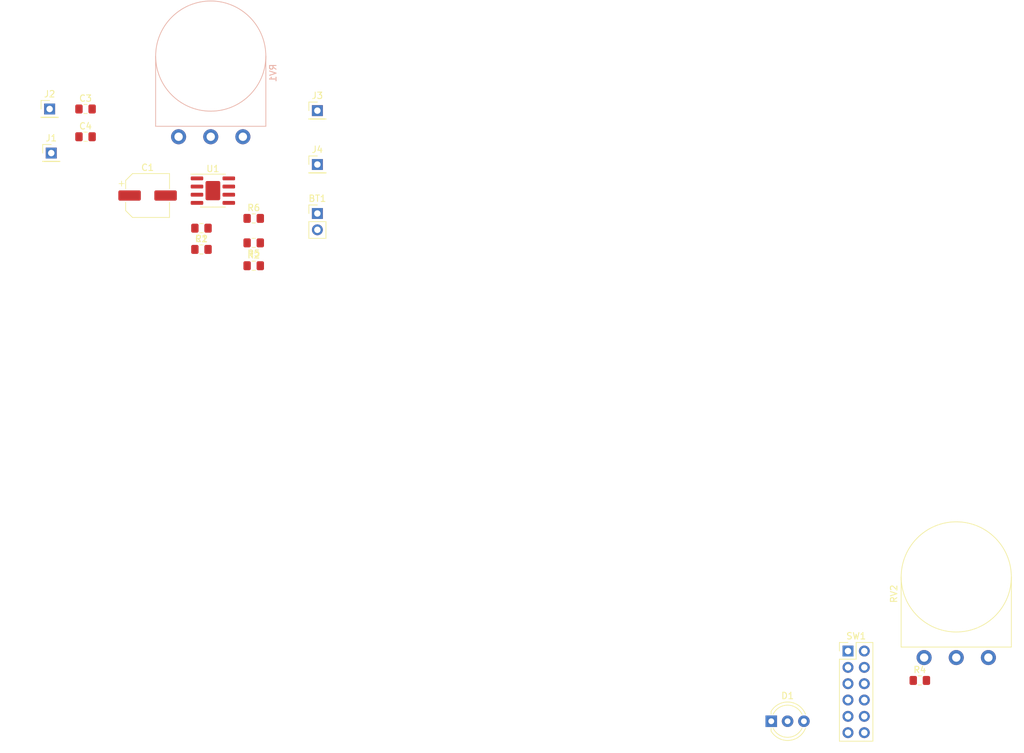
<source format=kicad_pcb>
(kicad_pcb (version 20190605) (host pcbnew "6.0.0-unknown-9b6e1cb~100~ubuntu19.04.1")

  (general
    (thickness 1.6)
    (drawings 0)
    (tracks 0)
    (modules 19)
    (nets 15)
  )

  (page "A4")
  (layers
    (0 "F.Cu" signal)
    (31 "B.Cu" signal)
    (32 "B.Adhes" user)
    (33 "F.Adhes" user)
    (34 "B.Paste" user)
    (35 "F.Paste" user)
    (36 "B.SilkS" user)
    (37 "F.SilkS" user)
    (38 "B.Mask" user)
    (39 "F.Mask" user)
    (40 "Dwgs.User" user)
    (41 "Cmts.User" user)
    (42 "Eco1.User" user)
    (43 "Eco2.User" user)
    (44 "Edge.Cuts" user)
    (45 "Margin" user)
    (46 "B.CrtYd" user)
    (47 "F.CrtYd" user)
    (48 "B.Fab" user)
    (49 "F.Fab" user)
  )

  (setup
    (last_trace_width 0.25)
    (trace_clearance 0.2)
    (zone_clearance 0.508)
    (zone_45_only no)
    (trace_min 0.2)
    (via_size 0.8)
    (via_drill 0.4)
    (via_min_size 0.4)
    (via_min_drill 0.3)
    (uvia_size 0.3)
    (uvia_drill 0.1)
    (uvias_allowed no)
    (uvia_min_size 0.2)
    (uvia_min_drill 0.1)
    (max_error 0.005)
    (defaults
      (edge_clearance 0.01)
      (edge_cuts_line_width 0.05)
      (courtyard_line_width 0.05)
      (copper_line_width 0.2)
      (copper_text_dims (size 1.5 1.5) (thickness 0.3) keep_upright)
      (silk_line_width 0.12)
      (silk_text_dims (size 1 1) (thickness 0.15) keep_upright)
      (other_layers_line_width 0.1)
      (other_layers_text_dims (size 1 1) (thickness 0.15) keep_upright)
    )
    (pad_size 1.524 1.524)
    (pad_drill 0.762)
    (pad_to_mask_clearance 0.051)
    (solder_mask_min_width 0.25)
    (aux_axis_origin 0 0)
    (visible_elements FFFFFF7F)
    (pcbplotparams
      (layerselection 0x010fc_ffffffff)
      (usegerberextensions false)
      (usegerberattributes false)
      (usegerberadvancedattributes false)
      (creategerberjobfile false)
      (excludeedgelayer true)
      (linewidth 0.100000)
      (plotframeref false)
      (viasonmask false)
      (mode 1)
      (useauxorigin false)
      (hpglpennumber 1)
      (hpglpenspeed 20)
      (hpglpendiameter 15.000000)
      (psnegative false)
      (psa4output false)
      (plotreference true)
      (plotvalue true)
      (plotinvisibletext false)
      (padsonsilk false)
      (subtractmaskfromsilk false)
      (outputformat 1)
      (mirror false)
      (drillshape 1)
      (scaleselection 1)
      (outputdirectory ""))
  )

  (net 0 "")
  (net 1 "GND")
  (net 2 "IN")
  (net 3 "Net-(C2-Pad1)")
  (net 4 "+4.5V")
  (net 5 "+9V")
  (net 6 "Net-(D1-Pad2)")
  (net 7 "Net-(RV2-Pad1)")
  (net 8 "SEND")
  (net 9 "RTRN")
  (net 10 "OUT")
  (net 11 "Net-(C4-Pad1)")
  (net 12 "Net-(C4-Pad2)")
  (net 13 "Net-(C3-Pad2)")
  (net 14 "Net-(D1-Pad1)")

  (net_class "Default" "This is the default net class."
    (clearance 0.2)
    (trace_width 0.25)
    (via_dia 0.8)
    (via_drill 0.4)
    (uvia_dia 0.3)
    (uvia_drill 0.1)
    (add_net "+4.5V")
    (add_net "+9V")
    (add_net "GND")
    (add_net "IN")
    (add_net "Net-(C2-Pad1)")
    (add_net "Net-(C3-Pad2)")
    (add_net "Net-(C4-Pad1)")
    (add_net "Net-(C4-Pad2)")
    (add_net "Net-(D1-Pad1)")
    (add_net "Net-(D1-Pad2)")
    (add_net "Net-(RV2-Pad1)")
    (add_net "Net-(SW1-Pad3)")
    (add_net "Net-(SW1-Pad6)")
    (add_net "OUT")
    (add_net "RTRN")
    (add_net "SEND")
  )

  (module "Capacitor_SMD:CP_Elec_6.3x5.4" (layer "F.Cu") (tedit 5BCA39D0) (tstamp 5D52AB6C)
    (at 131.572 87.884)
    (descr "SMD capacitor, aluminum electrolytic, Panasonic C55, 6.3x5.4mm")
    (tags "capacitor electrolytic")
    (path "/5D1ED9BF")
    (attr smd)
    (fp_text reference "C1" (at 0 -4.35) (layer "F.SilkS")
      (effects (font (size 1 1) (thickness 0.15)))
    )
    (fp_text value "100u" (at 0 4.35) (layer "F.Fab")
      (effects (font (size 1 1) (thickness 0.15)))
    )
    (fp_circle (center 0 0) (end 3.15 0) (layer "F.Fab") (width 0.1))
    (fp_line (start 3.3 -3.3) (end 3.3 3.3) (layer "F.Fab") (width 0.1))
    (fp_line (start -2.3 -3.3) (end 3.3 -3.3) (layer "F.Fab") (width 0.1))
    (fp_line (start -2.3 3.3) (end 3.3 3.3) (layer "F.Fab") (width 0.1))
    (fp_line (start -3.3 -2.3) (end -3.3 2.3) (layer "F.Fab") (width 0.1))
    (fp_line (start -3.3 -2.3) (end -2.3 -3.3) (layer "F.Fab") (width 0.1))
    (fp_line (start -3.3 2.3) (end -2.3 3.3) (layer "F.Fab") (width 0.1))
    (fp_line (start -2.704838 -1.33) (end -2.074838 -1.33) (layer "F.Fab") (width 0.1))
    (fp_line (start -2.389838 -1.645) (end -2.389838 -1.015) (layer "F.Fab") (width 0.1))
    (fp_line (start 3.41 3.41) (end 3.41 1.06) (layer "F.SilkS") (width 0.12))
    (fp_line (start 3.41 -3.41) (end 3.41 -1.06) (layer "F.SilkS") (width 0.12))
    (fp_line (start -2.345563 -3.41) (end 3.41 -3.41) (layer "F.SilkS") (width 0.12))
    (fp_line (start -2.345563 3.41) (end 3.41 3.41) (layer "F.SilkS") (width 0.12))
    (fp_line (start -3.41 2.345563) (end -3.41 1.06) (layer "F.SilkS") (width 0.12))
    (fp_line (start -3.41 -2.345563) (end -3.41 -1.06) (layer "F.SilkS") (width 0.12))
    (fp_line (start -3.41 -2.345563) (end -2.345563 -3.41) (layer "F.SilkS") (width 0.12))
    (fp_line (start -3.41 2.345563) (end -2.345563 3.41) (layer "F.SilkS") (width 0.12))
    (fp_line (start -4.4375 -1.8475) (end -3.65 -1.8475) (layer "F.SilkS") (width 0.12))
    (fp_line (start -4.04375 -2.24125) (end -4.04375 -1.45375) (layer "F.SilkS") (width 0.12))
    (fp_line (start 3.55 -3.55) (end 3.55 -1.05) (layer "F.CrtYd") (width 0.05))
    (fp_line (start 3.55 -1.05) (end 4.8 -1.05) (layer "F.CrtYd") (width 0.05))
    (fp_line (start 4.8 -1.05) (end 4.8 1.05) (layer "F.CrtYd") (width 0.05))
    (fp_line (start 4.8 1.05) (end 3.55 1.05) (layer "F.CrtYd") (width 0.05))
    (fp_line (start 3.55 1.05) (end 3.55 3.55) (layer "F.CrtYd") (width 0.05))
    (fp_line (start -2.4 3.55) (end 3.55 3.55) (layer "F.CrtYd") (width 0.05))
    (fp_line (start -2.4 -3.55) (end 3.55 -3.55) (layer "F.CrtYd") (width 0.05))
    (fp_line (start -3.55 2.4) (end -2.4 3.55) (layer "F.CrtYd") (width 0.05))
    (fp_line (start -3.55 -2.4) (end -2.4 -3.55) (layer "F.CrtYd") (width 0.05))
    (fp_line (start -3.55 -2.4) (end -3.55 -1.05) (layer "F.CrtYd") (width 0.05))
    (fp_line (start -3.55 1.05) (end -3.55 2.4) (layer "F.CrtYd") (width 0.05))
    (fp_line (start -3.55 -1.05) (end -4.8 -1.05) (layer "F.CrtYd") (width 0.05))
    (fp_line (start -4.8 -1.05) (end -4.8 1.05) (layer "F.CrtYd") (width 0.05))
    (fp_line (start -4.8 1.05) (end -3.55 1.05) (layer "F.CrtYd") (width 0.05))
    (fp_text user "%R" (at 0 0) (layer "F.Fab")
      (effects (font (size 1 1) (thickness 0.15)))
    )
    (pad "2" smd roundrect (at 2.8 0) (size 3.5 1.6) (layers "F.Cu" "F.Paste" "F.Mask") (roundrect_rratio 0.15625)
      (net 1 "GND"))
    (pad "1" smd roundrect (at -2.8 0) (size 3.5 1.6) (layers "F.Cu" "F.Paste" "F.Mask") (roundrect_rratio 0.15625)
      (net 5 "+9V"))
    (model "${KISYS3DMOD}/Capacitor_SMD.3dshapes/CP_Elec_6.3x5.4.wrl"
      (at (xyz 0 0 0))
      (scale (xyz 1 1 1))
      (rotate (xyz 0 0 0))
    )
  )

  (module "Capacitor_SMD:C_0805_2012Metric_Pad1.15x1.40mm_HandSolder" (layer "F.Cu") (tedit 5B36C52B) (tstamp 5D52B37D)
    (at 139.954 92.964 180)
    (descr "Capacitor SMD 0805 (2012 Metric), square (rectangular) end terminal, IPC_7351 nominal with elongated pad for handsoldering. (Body size source: https://docs.google.com/spreadsheets/d/1BsfQQcO9C6DZCsRaXUlFlo91Tg2WpOkGARC1WS5S8t0/edit?usp=sharing), generated with kicad-footprint-generator")
    (tags "capacitor handsolder")
    (path "/5D1EBBB9")
    (attr smd)
    (fp_text reference "C2" (at 0 -1.65) (layer "F.SilkS")
      (effects (font (size 1 1) (thickness 0.15)))
    )
    (fp_text value "100n" (at 0 1.65) (layer "F.Fab")
      (effects (font (size 1 1) (thickness 0.15)))
    )
    (fp_line (start -1 0.6) (end -1 -0.6) (layer "F.Fab") (width 0.1))
    (fp_line (start -1 -0.6) (end 1 -0.6) (layer "F.Fab") (width 0.1))
    (fp_line (start 1 -0.6) (end 1 0.6) (layer "F.Fab") (width 0.1))
    (fp_line (start 1 0.6) (end -1 0.6) (layer "F.Fab") (width 0.1))
    (fp_line (start -0.261252 -0.71) (end 0.261252 -0.71) (layer "F.SilkS") (width 0.12))
    (fp_line (start -0.261252 0.71) (end 0.261252 0.71) (layer "F.SilkS") (width 0.12))
    (fp_line (start -1.85 0.95) (end -1.85 -0.95) (layer "F.CrtYd") (width 0.05))
    (fp_line (start -1.85 -0.95) (end 1.85 -0.95) (layer "F.CrtYd") (width 0.05))
    (fp_line (start 1.85 -0.95) (end 1.85 0.95) (layer "F.CrtYd") (width 0.05))
    (fp_line (start 1.85 0.95) (end -1.85 0.95) (layer "F.CrtYd") (width 0.05))
    (fp_text user "%R" (at 0 0) (layer "F.Fab")
      (effects (font (size 0.5 0.5) (thickness 0.08)))
    )
    (pad "2" smd roundrect (at 1.025 0 180) (size 1.15 1.4) (layers "F.Cu" "F.Paste" "F.Mask") (roundrect_rratio 0.217391)
      (net 2 "IN"))
    (pad "1" smd roundrect (at -1.025 0 180) (size 1.15 1.4) (layers "F.Cu" "F.Paste" "F.Mask") (roundrect_rratio 0.217391)
      (net 3 "Net-(C2-Pad1)"))
    (model "${KISYS3DMOD}/Capacitor_SMD.3dshapes/C_0805_2012Metric.wrl"
      (at (xyz 0 0 0))
      (scale (xyz 1 1 1))
      (rotate (xyz 0 0 0))
    )
  )

  (module "Capacitor_SMD:C_0805_2012Metric_Pad1.15x1.40mm_HandSolder" (layer "F.Cu") (tedit 5B36C52B) (tstamp 5D52B4C2)
    (at 121.92 74.422)
    (descr "Capacitor SMD 0805 (2012 Metric), square (rectangular) end terminal, IPC_7351 nominal with elongated pad for handsoldering. (Body size source: https://docs.google.com/spreadsheets/d/1BsfQQcO9C6DZCsRaXUlFlo91Tg2WpOkGARC1WS5S8t0/edit?usp=sharing), generated with kicad-footprint-generator")
    (tags "capacitor handsolder")
    (path "/5D1EC72A")
    (attr smd)
    (fp_text reference "C3" (at 0 -1.65) (layer "F.SilkS")
      (effects (font (size 1 1) (thickness 0.15)))
    )
    (fp_text value "100n" (at 0 1.65) (layer "F.Fab")
      (effects (font (size 1 1) (thickness 0.15)))
    )
    (fp_line (start -1 0.6) (end -1 -0.6) (layer "F.Fab") (width 0.1))
    (fp_line (start -1 -0.6) (end 1 -0.6) (layer "F.Fab") (width 0.1))
    (fp_line (start 1 -0.6) (end 1 0.6) (layer "F.Fab") (width 0.1))
    (fp_line (start 1 0.6) (end -1 0.6) (layer "F.Fab") (width 0.1))
    (fp_line (start -0.261252 -0.71) (end 0.261252 -0.71) (layer "F.SilkS") (width 0.12))
    (fp_line (start -0.261252 0.71) (end 0.261252 0.71) (layer "F.SilkS") (width 0.12))
    (fp_line (start -1.85 0.95) (end -1.85 -0.95) (layer "F.CrtYd") (width 0.05))
    (fp_line (start -1.85 -0.95) (end 1.85 -0.95) (layer "F.CrtYd") (width 0.05))
    (fp_line (start 1.85 -0.95) (end 1.85 0.95) (layer "F.CrtYd") (width 0.05))
    (fp_line (start 1.85 0.95) (end -1.85 0.95) (layer "F.CrtYd") (width 0.05))
    (fp_text user "%R" (at 0 0) (layer "F.Fab")
      (effects (font (size 0.5 0.5) (thickness 0.08)))
    )
    (pad "2" smd roundrect (at 1.025 0) (size 1.15 1.4) (layers "F.Cu" "F.Paste" "F.Mask") (roundrect_rratio 0.217391)
      (net 13 "Net-(C3-Pad2)"))
    (pad "1" smd roundrect (at -1.025 0) (size 1.15 1.4) (layers "F.Cu" "F.Paste" "F.Mask") (roundrect_rratio 0.217391)
      (net 8 "SEND"))
    (model "${KISYS3DMOD}/Capacitor_SMD.3dshapes/C_0805_2012Metric.wrl"
      (at (xyz 0 0 0))
      (scale (xyz 1 1 1))
      (rotate (xyz 0 0 0))
    )
  )

  (module "Capacitor_SMD:C_0805_2012Metric_Pad1.15x1.40mm_HandSolder" (layer "F.Cu") (tedit 5B36C52B) (tstamp 5D52B168)
    (at 121.92 78.74)
    (descr "Capacitor SMD 0805 (2012 Metric), square (rectangular) end terminal, IPC_7351 nominal with elongated pad for handsoldering. (Body size source: https://docs.google.com/spreadsheets/d/1BsfQQcO9C6DZCsRaXUlFlo91Tg2WpOkGARC1WS5S8t0/edit?usp=sharing), generated with kicad-footprint-generator")
    (tags "capacitor handsolder")
    (path "/5D1EC8BD")
    (attr smd)
    (fp_text reference "C4" (at 0 -1.65) (layer "F.SilkS")
      (effects (font (size 1 1) (thickness 0.15)))
    )
    (fp_text value "100n" (at 0 1.65) (layer "F.Fab")
      (effects (font (size 1 1) (thickness 0.15)))
    )
    (fp_line (start -1 0.6) (end -1 -0.6) (layer "F.Fab") (width 0.1))
    (fp_line (start -1 -0.6) (end 1 -0.6) (layer "F.Fab") (width 0.1))
    (fp_line (start 1 -0.6) (end 1 0.6) (layer "F.Fab") (width 0.1))
    (fp_line (start 1 0.6) (end -1 0.6) (layer "F.Fab") (width 0.1))
    (fp_line (start -0.261252 -0.71) (end 0.261252 -0.71) (layer "F.SilkS") (width 0.12))
    (fp_line (start -0.261252 0.71) (end 0.261252 0.71) (layer "F.SilkS") (width 0.12))
    (fp_line (start -1.85 0.95) (end -1.85 -0.95) (layer "F.CrtYd") (width 0.05))
    (fp_line (start -1.85 -0.95) (end 1.85 -0.95) (layer "F.CrtYd") (width 0.05))
    (fp_line (start 1.85 -0.95) (end 1.85 0.95) (layer "F.CrtYd") (width 0.05))
    (fp_line (start 1.85 0.95) (end -1.85 0.95) (layer "F.CrtYd") (width 0.05))
    (fp_text user "%R" (at 0 0) (layer "F.Fab")
      (effects (font (size 0.5 0.5) (thickness 0.08)))
    )
    (pad "2" smd roundrect (at 1.025 0) (size 1.15 1.4) (layers "F.Cu" "F.Paste" "F.Mask") (roundrect_rratio 0.217391)
      (net 12 "Net-(C4-Pad2)"))
    (pad "1" smd roundrect (at -1.025 0) (size 1.15 1.4) (layers "F.Cu" "F.Paste" "F.Mask") (roundrect_rratio 0.217391)
      (net 11 "Net-(C4-Pad1)"))
    (model "${KISYS3DMOD}/Capacitor_SMD.3dshapes/C_0805_2012Metric.wrl"
      (at (xyz 0 0 0))
      (scale (xyz 1 1 1))
      (rotate (xyz 0 0 0))
    )
  )

  (module "Connector_PinHeader_2.54mm:PinHeader_1x01_P2.54mm_Vertical" (layer "F.Cu") (tedit 59FED5CC) (tstamp 5D52AFC0)
    (at 157.988 83.058)
    (descr "Through hole straight pin header, 1x01, 2.54mm pitch, single row")
    (tags "Through hole pin header THT 1x01 2.54mm single row")
    (path "/5D1F439F")
    (fp_text reference "J4" (at 0 -2.33) (layer "F.SilkS")
      (effects (font (size 1 1) (thickness 0.15)))
    )
    (fp_text value "Conn_01x02_Female" (at 0 2.33) (layer "F.Fab")
      (effects (font (size 1 1) (thickness 0.15)))
    )
    (fp_line (start -0.635 -1.27) (end 1.27 -1.27) (layer "F.Fab") (width 0.1))
    (fp_line (start 1.27 -1.27) (end 1.27 1.27) (layer "F.Fab") (width 0.1))
    (fp_line (start 1.27 1.27) (end -1.27 1.27) (layer "F.Fab") (width 0.1))
    (fp_line (start -1.27 1.27) (end -1.27 -0.635) (layer "F.Fab") (width 0.1))
    (fp_line (start -1.27 -0.635) (end -0.635 -1.27) (layer "F.Fab") (width 0.1))
    (fp_line (start -1.33 1.33) (end 1.33 1.33) (layer "F.SilkS") (width 0.12))
    (fp_line (start -1.33 1.27) (end -1.33 1.33) (layer "F.SilkS") (width 0.12))
    (fp_line (start 1.33 1.27) (end 1.33 1.33) (layer "F.SilkS") (width 0.12))
    (fp_line (start -1.33 1.27) (end 1.33 1.27) (layer "F.SilkS") (width 0.12))
    (fp_line (start -1.33 0) (end -1.33 -1.33) (layer "F.SilkS") (width 0.12))
    (fp_line (start -1.33 -1.33) (end 0 -1.33) (layer "F.SilkS") (width 0.12))
    (fp_line (start -1.8 -1.8) (end -1.8 1.8) (layer "F.CrtYd") (width 0.05))
    (fp_line (start -1.8 1.8) (end 1.8 1.8) (layer "F.CrtYd") (width 0.05))
    (fp_line (start 1.8 1.8) (end 1.8 -1.8) (layer "F.CrtYd") (width 0.05))
    (fp_line (start 1.8 -1.8) (end -1.8 -1.8) (layer "F.CrtYd") (width 0.05))
    (fp_text user "%R" (at 0 0 90) (layer "F.Fab")
      (effects (font (size 1 1) (thickness 0.15)))
    )
    (pad "1" thru_hole rect (at 0 0) (size 1.7 1.7) (drill 1) (layers *.Cu *.Mask)
      (net 10 "OUT"))
    (model "${KISYS3DMOD}/Connector_PinHeader_2.54mm.3dshapes/PinHeader_1x01_P2.54mm_Vertical.wrl"
      (at (xyz 0 0 0))
      (scale (xyz 1 1 1))
      (rotate (xyz 0 0 0))
    )
  )

  (module "Connector_PinHeader_2.54mm:PinHeader_1x01_P2.54mm_Vertical" (layer "F.Cu") (tedit 59FED5CC) (tstamp 5D52AAFC)
    (at 157.988 74.676)
    (descr "Through hole straight pin header, 1x01, 2.54mm pitch, single row")
    (tags "Through hole pin header THT 1x01 2.54mm single row")
    (path "/5D1F430A")
    (fp_text reference "J3" (at 0 -2.33) (layer "F.SilkS")
      (effects (font (size 1 1) (thickness 0.15)))
    )
    (fp_text value "Conn_01x02_Female" (at 0 2.33) (layer "F.Fab")
      (effects (font (size 1 1) (thickness 0.15)))
    )
    (fp_line (start -0.635 -1.27) (end 1.27 -1.27) (layer "F.Fab") (width 0.1))
    (fp_line (start 1.27 -1.27) (end 1.27 1.27) (layer "F.Fab") (width 0.1))
    (fp_line (start 1.27 1.27) (end -1.27 1.27) (layer "F.Fab") (width 0.1))
    (fp_line (start -1.27 1.27) (end -1.27 -0.635) (layer "F.Fab") (width 0.1))
    (fp_line (start -1.27 -0.635) (end -0.635 -1.27) (layer "F.Fab") (width 0.1))
    (fp_line (start -1.33 1.33) (end 1.33 1.33) (layer "F.SilkS") (width 0.12))
    (fp_line (start -1.33 1.27) (end -1.33 1.33) (layer "F.SilkS") (width 0.12))
    (fp_line (start 1.33 1.27) (end 1.33 1.33) (layer "F.SilkS") (width 0.12))
    (fp_line (start -1.33 1.27) (end 1.33 1.27) (layer "F.SilkS") (width 0.12))
    (fp_line (start -1.33 0) (end -1.33 -1.33) (layer "F.SilkS") (width 0.12))
    (fp_line (start -1.33 -1.33) (end 0 -1.33) (layer "F.SilkS") (width 0.12))
    (fp_line (start -1.8 -1.8) (end -1.8 1.8) (layer "F.CrtYd") (width 0.05))
    (fp_line (start -1.8 1.8) (end 1.8 1.8) (layer "F.CrtYd") (width 0.05))
    (fp_line (start 1.8 1.8) (end 1.8 -1.8) (layer "F.CrtYd") (width 0.05))
    (fp_line (start 1.8 -1.8) (end -1.8 -1.8) (layer "F.CrtYd") (width 0.05))
    (fp_text user "%R" (at 0 0 90) (layer "F.Fab")
      (effects (font (size 1 1) (thickness 0.15)))
    )
    (pad "1" thru_hole rect (at 0 0) (size 1.7 1.7) (drill 1) (layers *.Cu *.Mask)
      (net 9 "RTRN"))
    (model "${KISYS3DMOD}/Connector_PinHeader_2.54mm.3dshapes/PinHeader_1x01_P2.54mm_Vertical.wrl"
      (at (xyz 0 0 0))
      (scale (xyz 1 1 1))
      (rotate (xyz 0 0 0))
    )
  )

  (module "Connector_PinHeader_2.54mm:PinHeader_1x01_P2.54mm_Vertical" (layer "F.Cu") (tedit 59FED5CC) (tstamp 5D52AAE7)
    (at 116.332 74.422)
    (descr "Through hole straight pin header, 1x01, 2.54mm pitch, single row")
    (tags "Through hole pin header THT 1x01 2.54mm single row")
    (path "/5D1F425A")
    (fp_text reference "J2" (at 0 -2.33) (layer "F.SilkS")
      (effects (font (size 1 1) (thickness 0.15)))
    )
    (fp_text value "Conn_01x02_Female" (at 0 2.33) (layer "F.Fab")
      (effects (font (size 1 1) (thickness 0.15)))
    )
    (fp_line (start -0.635 -1.27) (end 1.27 -1.27) (layer "F.Fab") (width 0.1))
    (fp_line (start 1.27 -1.27) (end 1.27 1.27) (layer "F.Fab") (width 0.1))
    (fp_line (start 1.27 1.27) (end -1.27 1.27) (layer "F.Fab") (width 0.1))
    (fp_line (start -1.27 1.27) (end -1.27 -0.635) (layer "F.Fab") (width 0.1))
    (fp_line (start -1.27 -0.635) (end -0.635 -1.27) (layer "F.Fab") (width 0.1))
    (fp_line (start -1.33 1.33) (end 1.33 1.33) (layer "F.SilkS") (width 0.12))
    (fp_line (start -1.33 1.27) (end -1.33 1.33) (layer "F.SilkS") (width 0.12))
    (fp_line (start 1.33 1.27) (end 1.33 1.33) (layer "F.SilkS") (width 0.12))
    (fp_line (start -1.33 1.27) (end 1.33 1.27) (layer "F.SilkS") (width 0.12))
    (fp_line (start -1.33 0) (end -1.33 -1.33) (layer "F.SilkS") (width 0.12))
    (fp_line (start -1.33 -1.33) (end 0 -1.33) (layer "F.SilkS") (width 0.12))
    (fp_line (start -1.8 -1.8) (end -1.8 1.8) (layer "F.CrtYd") (width 0.05))
    (fp_line (start -1.8 1.8) (end 1.8 1.8) (layer "F.CrtYd") (width 0.05))
    (fp_line (start 1.8 1.8) (end 1.8 -1.8) (layer "F.CrtYd") (width 0.05))
    (fp_line (start 1.8 -1.8) (end -1.8 -1.8) (layer "F.CrtYd") (width 0.05))
    (fp_text user "%R" (at 0 0 90) (layer "F.Fab")
      (effects (font (size 1 1) (thickness 0.15)))
    )
    (pad "1" thru_hole rect (at 0 0) (size 1.7 1.7) (drill 1) (layers *.Cu *.Mask)
      (net 8 "SEND"))
    (model "${KISYS3DMOD}/Connector_PinHeader_2.54mm.3dshapes/PinHeader_1x01_P2.54mm_Vertical.wrl"
      (at (xyz 0 0 0))
      (scale (xyz 1 1 1))
      (rotate (xyz 0 0 0))
    )
  )

  (module "Connector_PinHeader_2.54mm:PinHeader_1x01_P2.54mm_Vertical" (layer "F.Cu") (tedit 59FED5CC) (tstamp 5D52AAD2)
    (at 116.586 81.28)
    (descr "Through hole straight pin header, 1x01, 2.54mm pitch, single row")
    (tags "Through hole pin header THT 1x01 2.54mm single row")
    (path "/5D1F4066")
    (fp_text reference "J1" (at 0 -2.33) (layer "F.SilkS")
      (effects (font (size 1 1) (thickness 0.15)))
    )
    (fp_text value "Conn_01x02_Female" (at 0 2.33) (layer "F.Fab")
      (effects (font (size 1 1) (thickness 0.15)))
    )
    (fp_line (start -0.635 -1.27) (end 1.27 -1.27) (layer "F.Fab") (width 0.1))
    (fp_line (start 1.27 -1.27) (end 1.27 1.27) (layer "F.Fab") (width 0.1))
    (fp_line (start 1.27 1.27) (end -1.27 1.27) (layer "F.Fab") (width 0.1))
    (fp_line (start -1.27 1.27) (end -1.27 -0.635) (layer "F.Fab") (width 0.1))
    (fp_line (start -1.27 -0.635) (end -0.635 -1.27) (layer "F.Fab") (width 0.1))
    (fp_line (start -1.33 1.33) (end 1.33 1.33) (layer "F.SilkS") (width 0.12))
    (fp_line (start -1.33 1.27) (end -1.33 1.33) (layer "F.SilkS") (width 0.12))
    (fp_line (start 1.33 1.27) (end 1.33 1.33) (layer "F.SilkS") (width 0.12))
    (fp_line (start -1.33 1.27) (end 1.33 1.27) (layer "F.SilkS") (width 0.12))
    (fp_line (start -1.33 0) (end -1.33 -1.33) (layer "F.SilkS") (width 0.12))
    (fp_line (start -1.33 -1.33) (end 0 -1.33) (layer "F.SilkS") (width 0.12))
    (fp_line (start -1.8 -1.8) (end -1.8 1.8) (layer "F.CrtYd") (width 0.05))
    (fp_line (start -1.8 1.8) (end 1.8 1.8) (layer "F.CrtYd") (width 0.05))
    (fp_line (start 1.8 1.8) (end 1.8 -1.8) (layer "F.CrtYd") (width 0.05))
    (fp_line (start 1.8 -1.8) (end -1.8 -1.8) (layer "F.CrtYd") (width 0.05))
    (fp_text user "%R" (at 0 0 90) (layer "F.Fab")
      (effects (font (size 1 1) (thickness 0.15)))
    )
    (pad "1" thru_hole rect (at 0 0) (size 1.7 1.7) (drill 1) (layers *.Cu *.Mask)
      (net 2 "IN"))
    (model "${KISYS3DMOD}/Connector_PinHeader_2.54mm.3dshapes/PinHeader_1x01_P2.54mm_Vertical.wrl"
      (at (xyz 0 0 0))
      (scale (xyz 1 1 1))
      (rotate (xyz 0 0 0))
    )
  )

  (module "Connector_PinHeader_2.54mm:PinHeader_1x02_P2.54mm_Vertical" (layer "F.Cu") (tedit 59FED5CC) (tstamp 5D52AABD)
    (at 157.988 90.678)
    (descr "Through hole straight pin header, 1x02, 2.54mm pitch, single row")
    (tags "Through hole pin header THT 1x02 2.54mm single row")
    (path "/5D1ED812")
    (fp_text reference "BT1" (at 0 -2.33) (layer "F.SilkS")
      (effects (font (size 1 1) (thickness 0.15)))
    )
    (fp_text value "Battery_Cell" (at 0 4.87) (layer "F.Fab")
      (effects (font (size 1 1) (thickness 0.15)))
    )
    (fp_line (start -0.635 -1.27) (end 1.27 -1.27) (layer "F.Fab") (width 0.1))
    (fp_line (start 1.27 -1.27) (end 1.27 3.81) (layer "F.Fab") (width 0.1))
    (fp_line (start 1.27 3.81) (end -1.27 3.81) (layer "F.Fab") (width 0.1))
    (fp_line (start -1.27 3.81) (end -1.27 -0.635) (layer "F.Fab") (width 0.1))
    (fp_line (start -1.27 -0.635) (end -0.635 -1.27) (layer "F.Fab") (width 0.1))
    (fp_line (start -1.33 3.87) (end 1.33 3.87) (layer "F.SilkS") (width 0.12))
    (fp_line (start -1.33 1.27) (end -1.33 3.87) (layer "F.SilkS") (width 0.12))
    (fp_line (start 1.33 1.27) (end 1.33 3.87) (layer "F.SilkS") (width 0.12))
    (fp_line (start -1.33 1.27) (end 1.33 1.27) (layer "F.SilkS") (width 0.12))
    (fp_line (start -1.33 0) (end -1.33 -1.33) (layer "F.SilkS") (width 0.12))
    (fp_line (start -1.33 -1.33) (end 0 -1.33) (layer "F.SilkS") (width 0.12))
    (fp_line (start -1.8 -1.8) (end -1.8 4.35) (layer "F.CrtYd") (width 0.05))
    (fp_line (start -1.8 4.35) (end 1.8 4.35) (layer "F.CrtYd") (width 0.05))
    (fp_line (start 1.8 4.35) (end 1.8 -1.8) (layer "F.CrtYd") (width 0.05))
    (fp_line (start 1.8 -1.8) (end -1.8 -1.8) (layer "F.CrtYd") (width 0.05))
    (fp_text user "%R" (at 0 1.27 90) (layer "F.Fab")
      (effects (font (size 1 1) (thickness 0.15)))
    )
    (pad "2" thru_hole oval (at 0 2.54) (size 1.7 1.7) (drill 1) (layers *.Cu *.Mask)
      (net 1 "GND"))
    (pad "1" thru_hole rect (at 0 0) (size 1.7 1.7) (drill 1) (layers *.Cu *.Mask)
      (net 5 "+9V"))
    (model "${KISYS3DMOD}/Connector_PinHeader_2.54mm.3dshapes/PinHeader_1x02_P2.54mm_Vertical.wrl"
      (at (xyz 0 0 0))
      (scale (xyz 1 1 1))
      (rotate (xyz 0 0 0))
    )
  )

  (module "Connector_PinHeader_2.54mm:PinHeader_2x06_P2.54mm_Vertical" (layer "F.Cu") (tedit 59FED5CC) (tstamp 5D52ADD2)
    (at 240.538 158.75)
    (descr "Through hole straight pin header, 2x06, 2.54mm pitch, double rows")
    (tags "Through hole pin header THT 2x06 2.54mm double row")
    (path "/5D1EE6CF")
    (fp_text reference "SW1" (at 1.27 -2.33) (layer "F.SilkS")
      (effects (font (size 1 1) (thickness 0.15)))
    )
    (fp_text value "SW_DPDT_x2" (at 1.27 15.03) (layer "F.Fab")
      (effects (font (size 1 1) (thickness 0.15)))
    )
    (fp_line (start 0 -1.27) (end 3.81 -1.27) (layer "F.Fab") (width 0.1))
    (fp_line (start 3.81 -1.27) (end 3.81 13.97) (layer "F.Fab") (width 0.1))
    (fp_line (start 3.81 13.97) (end -1.27 13.97) (layer "F.Fab") (width 0.1))
    (fp_line (start -1.27 13.97) (end -1.27 0) (layer "F.Fab") (width 0.1))
    (fp_line (start -1.27 0) (end 0 -1.27) (layer "F.Fab") (width 0.1))
    (fp_line (start -1.33 14.03) (end 3.87 14.03) (layer "F.SilkS") (width 0.12))
    (fp_line (start -1.33 1.27) (end -1.33 14.03) (layer "F.SilkS") (width 0.12))
    (fp_line (start 3.87 -1.33) (end 3.87 14.03) (layer "F.SilkS") (width 0.12))
    (fp_line (start -1.33 1.27) (end 1.27 1.27) (layer "F.SilkS") (width 0.12))
    (fp_line (start 1.27 1.27) (end 1.27 -1.33) (layer "F.SilkS") (width 0.12))
    (fp_line (start 1.27 -1.33) (end 3.87 -1.33) (layer "F.SilkS") (width 0.12))
    (fp_line (start -1.33 0) (end -1.33 -1.33) (layer "F.SilkS") (width 0.12))
    (fp_line (start -1.33 -1.33) (end 0 -1.33) (layer "F.SilkS") (width 0.12))
    (fp_line (start -1.8 -1.8) (end -1.8 14.5) (layer "F.CrtYd") (width 0.05))
    (fp_line (start -1.8 14.5) (end 4.35 14.5) (layer "F.CrtYd") (width 0.05))
    (fp_line (start 4.35 14.5) (end 4.35 -1.8) (layer "F.CrtYd") (width 0.05))
    (fp_line (start 4.35 -1.8) (end -1.8 -1.8) (layer "F.CrtYd") (width 0.05))
    (fp_text user "%R" (at 1.27 6.35 90) (layer "F.Fab")
      (effects (font (size 1 1) (thickness 0.15)))
    )
    (pad "12" thru_hole oval (at 2.54 12.7) (size 1.7 1.7) (drill 1) (layers *.Cu *.Mask))
    (pad "11" thru_hole oval (at 0 12.7) (size 1.7 1.7) (drill 1) (layers *.Cu *.Mask))
    (pad "10" thru_hole oval (at 2.54 10.16) (size 1.7 1.7) (drill 1) (layers *.Cu *.Mask))
    (pad "9" thru_hole oval (at 0 10.16) (size 1.7 1.7) (drill 1) (layers *.Cu *.Mask))
    (pad "8" thru_hole oval (at 2.54 7.62) (size 1.7 1.7) (drill 1) (layers *.Cu *.Mask))
    (pad "7" thru_hole oval (at 0 7.62) (size 1.7 1.7) (drill 1) (layers *.Cu *.Mask))
    (pad "6" thru_hole oval (at 2.54 5.08) (size 1.7 1.7) (drill 1) (layers *.Cu *.Mask))
    (pad "5" thru_hole oval (at 0 5.08) (size 1.7 1.7) (drill 1) (layers *.Cu *.Mask)
      (net 1 "GND"))
    (pad "4" thru_hole oval (at 2.54 2.54) (size 1.7 1.7) (drill 1) (layers *.Cu *.Mask)
      (net 14 "Net-(D1-Pad1)"))
    (pad "3" thru_hole oval (at 0 2.54) (size 1.7 1.7) (drill 1) (layers *.Cu *.Mask))
    (pad "2" thru_hole oval (at 2.54 0) (size 1.7 1.7) (drill 1) (layers *.Cu *.Mask)
      (net 9 "RTRN"))
    (pad "1" thru_hole rect (at 0 0) (size 1.7 1.7) (drill 1) (layers *.Cu *.Mask)
      (net 7 "Net-(RV2-Pad1)"))
    (model "${KISYS3DMOD}/Connector_PinHeader_2.54mm.3dshapes/PinHeader_2x06_P2.54mm_Vertical.wrl"
      (at (xyz 0 0 0))
      (scale (xyz 1 1 1))
      (rotate (xyz 0 0 0))
    )
  )

  (module "LED_THT:LED_D5.0mm-3" (layer "F.Cu") (tedit 587A3A7B) (tstamp 5D52AA85)
    (at 228.6 169.672)
    (descr "LED, diameter 5.0mm, 2 pins, diameter 5.0mm, 3 pins, http://www.kingbright.com/attachments/file/psearch/000/00/00/L-59EGC(Ver.17A).pdf")
    (tags "LED diameter 5.0mm 2 pins diameter 5.0mm 3 pins")
    (path "/5D1F213A")
    (fp_text reference "D1" (at 2.54 -3.96) (layer "F.SilkS")
      (effects (font (size 1 1) (thickness 0.15)))
    )
    (fp_text value "LED" (at 2.54 3.96) (layer "F.Fab")
      (effects (font (size 1 1) (thickness 0.15)))
    )
    (fp_arc (start 2.54 0) (end 0.04 -1.469694) (angle 299.1) (layer "F.Fab") (width 0.1))
    (fp_arc (start 2.54 0) (end -0.02 -1.54483) (angle 127.7) (layer "F.SilkS") (width 0.12))
    (fp_arc (start 2.54 0) (end -0.02 1.54483) (angle -127.7) (layer "F.SilkS") (width 0.12))
    (fp_arc (start 2.54 0) (end 0.285316 -1.08) (angle 128.8) (layer "F.SilkS") (width 0.12))
    (fp_arc (start 2.54 0) (end 0.285316 1.08) (angle -128.8) (layer "F.SilkS") (width 0.12))
    (fp_circle (center 2.54 0) (end 5.04 0) (layer "F.Fab") (width 0.1))
    (fp_line (start 0.04 -1.469694) (end 0.04 1.469694) (layer "F.Fab") (width 0.1))
    (fp_line (start -0.02 -1.545) (end -0.02 -1.08) (layer "F.SilkS") (width 0.12))
    (fp_line (start -0.02 1.08) (end -0.02 1.545) (layer "F.SilkS") (width 0.12))
    (fp_line (start -1.15 -3.25) (end -1.15 3.25) (layer "F.CrtYd") (width 0.05))
    (fp_line (start -1.15 3.25) (end 6.25 3.25) (layer "F.CrtYd") (width 0.05))
    (fp_line (start 6.25 3.25) (end 6.25 -3.25) (layer "F.CrtYd") (width 0.05))
    (fp_line (start 6.25 -3.25) (end -1.15 -3.25) (layer "F.CrtYd") (width 0.05))
    (pad "3" thru_hole circle (at 5.08 0) (size 1.8 1.8) (drill 0.9) (layers *.Cu *.Mask))
    (pad "2" thru_hole circle (at 2.54 0) (size 1.8 1.8) (drill 0.9) (layers *.Cu *.Mask)
      (net 6 "Net-(D1-Pad2)"))
    (pad "1" thru_hole rect (at 0 0) (size 1.8 1.8) (drill 0.9) (layers *.Cu *.Mask)
      (net 14 "Net-(D1-Pad1)"))
    (model "${KISYS3DMOD}/LED_THT.3dshapes/LED_D5.0mm-3.wrl"
      (at (xyz 0 0 0))
      (scale (xyz 1 1 1))
      (rotate (xyz 0 0 0))
    )
  )

  (module "Package_SO:SOIC-8-1EP_3.9x4.9mm_P1.27mm_EP2.29x3mm" (layer "F.Cu") (tedit 5C56E16F) (tstamp 5D52AA71)
    (at 141.732 87.122)
    (descr "SOIC, 8 Pin (https://www.analog.com/media/en/technical-documentation/data-sheets/ada4898-1_4898-2.pdf#page=29), generated with kicad-footprint-generator ipc_gullwing_generator.py")
    (tags "SOIC SO")
    (path "/5D4AED37")
    (attr smd)
    (fp_text reference "U1" (at 0 -3.4) (layer "F.SilkS")
      (effects (font (size 1 1) (thickness 0.15)))
    )
    (fp_text value "TL072" (at 0 3.4) (layer "F.Fab")
      (effects (font (size 1 1) (thickness 0.15)))
    )
    (fp_line (start 0 2.56) (end 1.95 2.56) (layer "F.SilkS") (width 0.12))
    (fp_line (start 0 2.56) (end -1.95 2.56) (layer "F.SilkS") (width 0.12))
    (fp_line (start 0 -2.56) (end 1.95 -2.56) (layer "F.SilkS") (width 0.12))
    (fp_line (start 0 -2.56) (end -3.45 -2.56) (layer "F.SilkS") (width 0.12))
    (fp_line (start -0.975 -2.45) (end 1.95 -2.45) (layer "F.Fab") (width 0.1))
    (fp_line (start 1.95 -2.45) (end 1.95 2.45) (layer "F.Fab") (width 0.1))
    (fp_line (start 1.95 2.45) (end -1.95 2.45) (layer "F.Fab") (width 0.1))
    (fp_line (start -1.95 2.45) (end -1.95 -1.475) (layer "F.Fab") (width 0.1))
    (fp_line (start -1.95 -1.475) (end -0.975 -2.45) (layer "F.Fab") (width 0.1))
    (fp_line (start -3.7 -2.7) (end -3.7 2.7) (layer "F.CrtYd") (width 0.05))
    (fp_line (start -3.7 2.7) (end 3.7 2.7) (layer "F.CrtYd") (width 0.05))
    (fp_line (start 3.7 2.7) (end 3.7 -2.7) (layer "F.CrtYd") (width 0.05))
    (fp_line (start 3.7 -2.7) (end -3.7 -2.7) (layer "F.CrtYd") (width 0.05))
    (fp_text user "%R" (at 0 0) (layer "F.Fab")
      (effects (font (size 0.98 0.98) (thickness 0.15)))
    )
    (pad "8" smd roundrect (at 2.475 -1.905) (size 1.95 0.6) (layers "F.Cu" "F.Paste" "F.Mask") (roundrect_rratio 0.25)
      (net 5 "+9V"))
    (pad "7" smd roundrect (at 2.475 -0.635) (size 1.95 0.6) (layers "F.Cu" "F.Paste" "F.Mask") (roundrect_rratio 0.25)
      (net 12 "Net-(C4-Pad2)"))
    (pad "6" smd roundrect (at 2.475 0.635) (size 1.95 0.6) (layers "F.Cu" "F.Paste" "F.Mask") (roundrect_rratio 0.25)
      (net 12 "Net-(C4-Pad2)"))
    (pad "5" smd roundrect (at 2.475 1.905) (size 1.95 0.6) (layers "F.Cu" "F.Paste" "F.Mask") (roundrect_rratio 0.25)
      (net 3 "Net-(C2-Pad1)"))
    (pad "4" smd roundrect (at -2.475 1.905) (size 1.95 0.6) (layers "F.Cu" "F.Paste" "F.Mask") (roundrect_rratio 0.25)
      (net 1 "GND"))
    (pad "3" smd roundrect (at -2.475 0.635) (size 1.95 0.6) (layers "F.Cu" "F.Paste" "F.Mask") (roundrect_rratio 0.25)
      (net 3 "Net-(C2-Pad1)"))
    (pad "2" smd roundrect (at -2.475 -0.635) (size 1.95 0.6) (layers "F.Cu" "F.Paste" "F.Mask") (roundrect_rratio 0.25)
      (net 13 "Net-(C3-Pad2)"))
    (pad "1" smd roundrect (at -2.475 -1.905) (size 1.95 0.6) (layers "F.Cu" "F.Paste" "F.Mask") (roundrect_rratio 0.25)
      (net 13 "Net-(C3-Pad2)"))
    (pad "" smd roundrect (at 0.57 0.75) (size 0.92 1.21) (layers "F.Paste") (roundrect_rratio 0.25))
    (pad "" smd roundrect (at 0.57 -0.75) (size 0.92 1.21) (layers "F.Paste") (roundrect_rratio 0.25))
    (pad "" smd roundrect (at -0.57 0.75) (size 0.92 1.21) (layers "F.Paste") (roundrect_rratio 0.25))
    (pad "" smd roundrect (at -0.57 -0.75) (size 0.92 1.21) (layers "F.Paste") (roundrect_rratio 0.25))
    (pad "9" smd roundrect (at 0 0) (size 2.29 3) (layers "F.Cu" "F.Mask") (roundrect_rratio 0.10917))
    (model "${KISYS3DMOD}/Package_SO.3dshapes/SOIC-8-1EP_3.9x4.9mm_P1.27mm_EP2.29x3mm.wrl"
      (at (xyz 0 0 0))
      (scale (xyz 1 1 1))
      (rotate (xyz 0 0 0))
    )
  )

  (module "Potentiometer_THT:Potentiometer_Omeg_PC16BU_Vertical" (layer "B.Cu") (tedit 5A3D4993) (tstamp 5D52AA52)
    (at 136.398 78.74 90)
    (descr "Potentiometer, vertical, Omeg PC16BU, http://www.omeg.co.uk/pc6bubrc.htm")
    (tags "Potentiometer vertical Omeg PC16BU")
    (path "/5D1ECC5F")
    (fp_text reference "RV1" (at 9.915 14.7 270) (layer "B.SilkS")
      (effects (font (size 1 1) (thickness 0.15)) (justify mirror))
    )
    (fp_text value "100k" (at 9.915 -4.7 270) (layer "B.Fab")
      (effects (font (size 1 1) (thickness 0.15)) (justify mirror))
    )
    (fp_circle (center 12.55 5) (end 21 5) (layer "B.Fab") (width 0.1))
    (fp_circle (center 12.55 5) (end 14.55 5) (layer "B.Fab") (width 0.1))
    (fp_circle (center 12.55 5) (end 21.12 5) (layer "B.SilkS") (width 0.12))
    (fp_line (start 12.55 13.45) (end 1.75 13.45) (layer "B.Fab") (width 0.1))
    (fp_line (start 1.75 13.45) (end 1.75 -3.45) (layer "B.Fab") (width 0.1))
    (fp_line (start 1.75 -3.45) (end 12.55 -3.45) (layer "B.Fab") (width 0.1))
    (fp_line (start 1.63 13.57) (end 12.55 13.57) (layer "B.SilkS") (width 0.12))
    (fp_line (start 1.63 13.57) (end 1.63 -3.57) (layer "B.SilkS") (width 0.12))
    (fp_line (start 1.63 -3.57) (end 12.55 -3.57) (layer "B.SilkS") (width 0.12))
    (fp_line (start -1.45 13.7) (end -1.45 -3.7) (layer "B.CrtYd") (width 0.05))
    (fp_line (start -1.45 -3.7) (end 21.25 -3.7) (layer "B.CrtYd") (width 0.05))
    (fp_line (start 21.25 -3.7) (end 21.25 13.7) (layer "B.CrtYd") (width 0.05))
    (fp_line (start 21.25 13.7) (end -1.45 13.7) (layer "B.CrtYd") (width 0.05))
    (fp_text user "%R" (at 2.75 5) (layer "B.Fab")
      (effects (font (size 1 1) (thickness 0.15)) (justify mirror))
    )
    (pad "1" thru_hole circle (at 0 0 90) (size 2.34 2.34) (drill 1.3) (layers *.Cu *.Mask)
      (net 9 "RTRN"))
    (pad "2" thru_hole circle (at 0 5 90) (size 2.34 2.34) (drill 1.3) (layers *.Cu *.Mask)
      (net 10 "OUT"))
    (pad "3" thru_hole circle (at 0 10 90) (size 2.34 2.34) (drill 1.3) (layers *.Cu *.Mask)
      (net 11 "Net-(C4-Pad1)"))
    (model "${KISYS3DMOD}/Potentiometer_THT.3dshapes/Potentiometer_Omeg_PC16BU_Vertical.wrl"
      (at (xyz 0 0 0))
      (scale (xyz 1 1 1))
      (rotate (xyz 0 0 0))
    )
  )

  (module "Potentiometer_THT:Potentiometer_Omeg_PC16BU_Vertical" (layer "F.Cu") (tedit 5A3D4993) (tstamp 5D52AA3D)
    (at 262.382 159.766 90)
    (descr "Potentiometer, vertical, Omeg PC16BU, http://www.omeg.co.uk/pc6bubrc.htm")
    (tags "Potentiometer vertical Omeg PC16BU")
    (path "/5D1EEFD6")
    (fp_text reference "RV2" (at 9.915 -14.7 90) (layer "F.SilkS")
      (effects (font (size 1 1) (thickness 0.15)))
    )
    (fp_text value "1M" (at 9.915 4.7 90) (layer "F.Fab")
      (effects (font (size 1 1) (thickness 0.15)))
    )
    (fp_circle (center 12.55 -5) (end 21 -5) (layer "F.Fab") (width 0.1))
    (fp_circle (center 12.55 -5) (end 14.55 -5) (layer "F.Fab") (width 0.1))
    (fp_circle (center 12.55 -5) (end 21.12 -5) (layer "F.SilkS") (width 0.12))
    (fp_line (start 12.55 -13.45) (end 1.75 -13.45) (layer "F.Fab") (width 0.1))
    (fp_line (start 1.75 -13.45) (end 1.75 3.45) (layer "F.Fab") (width 0.1))
    (fp_line (start 1.75 3.45) (end 12.55 3.45) (layer "F.Fab") (width 0.1))
    (fp_line (start 1.63 -13.57) (end 12.55 -13.57) (layer "F.SilkS") (width 0.12))
    (fp_line (start 1.63 -13.57) (end 1.63 3.57) (layer "F.SilkS") (width 0.12))
    (fp_line (start 1.63 3.57) (end 12.55 3.57) (layer "F.SilkS") (width 0.12))
    (fp_line (start -1.45 -13.7) (end -1.45 3.7) (layer "F.CrtYd") (width 0.05))
    (fp_line (start -1.45 3.7) (end 21.25 3.7) (layer "F.CrtYd") (width 0.05))
    (fp_line (start 21.25 3.7) (end 21.25 -13.7) (layer "F.CrtYd") (width 0.05))
    (fp_line (start 21.25 -13.7) (end -1.45 -13.7) (layer "F.CrtYd") (width 0.05))
    (fp_text user "%R" (at 2.75 -5) (layer "F.Fab")
      (effects (font (size 1 1) (thickness 0.15)))
    )
    (pad "1" thru_hole circle (at 0 0 90) (size 2.34 2.34) (drill 1.3) (layers *.Cu *.Mask)
      (net 7 "Net-(RV2-Pad1)"))
    (pad "2" thru_hole circle (at 0 -5 90) (size 2.34 2.34) (drill 1.3) (layers *.Cu *.Mask)
      (net 8 "SEND"))
    (pad "3" thru_hole circle (at 0 -10 90) (size 2.34 2.34) (drill 1.3) (layers *.Cu *.Mask)
      (net 8 "SEND"))
    (model "${KISYS3DMOD}/Potentiometer_THT.3dshapes/Potentiometer_Omeg_PC16BU_Vertical.wrl"
      (at (xyz 0 0 0))
      (scale (xyz 1 1 1))
      (rotate (xyz 0 0 0))
    )
  )

  (module "Resistor_SMD:R_0805_2012Metric_Pad1.15x1.40mm_HandSolder" (layer "F.Cu") (tedit 5B36C52B) (tstamp 5D52AED8)
    (at 251.714 163.322)
    (descr "Resistor SMD 0805 (2012 Metric), square (rectangular) end terminal, IPC_7351 nominal with elongated pad for handsoldering. (Body size source: https://docs.google.com/spreadsheets/d/1BsfQQcO9C6DZCsRaXUlFlo91Tg2WpOkGARC1WS5S8t0/edit?usp=sharing), generated with kicad-footprint-generator")
    (tags "resistor handsolder")
    (path "/5D1F21D8")
    (attr smd)
    (fp_text reference "R4" (at 0 -1.65) (layer "F.SilkS")
      (effects (font (size 1 1) (thickness 0.15)))
    )
    (fp_text value "330" (at 0 1.65) (layer "F.Fab")
      (effects (font (size 1 1) (thickness 0.15)))
    )
    (fp_line (start -1 0.6) (end -1 -0.6) (layer "F.Fab") (width 0.1))
    (fp_line (start -1 -0.6) (end 1 -0.6) (layer "F.Fab") (width 0.1))
    (fp_line (start 1 -0.6) (end 1 0.6) (layer "F.Fab") (width 0.1))
    (fp_line (start 1 0.6) (end -1 0.6) (layer "F.Fab") (width 0.1))
    (fp_line (start -0.261252 -0.71) (end 0.261252 -0.71) (layer "F.SilkS") (width 0.12))
    (fp_line (start -0.261252 0.71) (end 0.261252 0.71) (layer "F.SilkS") (width 0.12))
    (fp_line (start -1.85 0.95) (end -1.85 -0.95) (layer "F.CrtYd") (width 0.05))
    (fp_line (start -1.85 -0.95) (end 1.85 -0.95) (layer "F.CrtYd") (width 0.05))
    (fp_line (start 1.85 -0.95) (end 1.85 0.95) (layer "F.CrtYd") (width 0.05))
    (fp_line (start 1.85 0.95) (end -1.85 0.95) (layer "F.CrtYd") (width 0.05))
    (fp_text user "%R" (at 0 0) (layer "F.Fab")
      (effects (font (size 0.5 0.5) (thickness 0.08)))
    )
    (pad "2" smd roundrect (at 1.025 0) (size 1.15 1.4) (layers "F.Cu" "F.Paste" "F.Mask") (roundrect_rratio 0.217391)
      (net 6 "Net-(D1-Pad2)"))
    (pad "1" smd roundrect (at -1.025 0) (size 1.15 1.4) (layers "F.Cu" "F.Paste" "F.Mask") (roundrect_rratio 0.217391)
      (net 5 "+9V"))
    (model "${KISYS3DMOD}/Resistor_SMD.3dshapes/R_0805_2012Metric.wrl"
      (at (xyz 0 0 0))
      (scale (xyz 1 1 1))
      (rotate (xyz 0 0 0))
    )
  )

  (module "Resistor_SMD:R_0805_2012Metric_Pad1.15x1.40mm_HandSolder" (layer "F.Cu") (tedit 5B36C52B) (tstamp 5D52B2BA)
    (at 148.082 98.806)
    (descr "Resistor SMD 0805 (2012 Metric), square (rectangular) end terminal, IPC_7351 nominal with elongated pad for handsoldering. (Body size source: https://docs.google.com/spreadsheets/d/1BsfQQcO9C6DZCsRaXUlFlo91Tg2WpOkGARC1WS5S8t0/edit?usp=sharing), generated with kicad-footprint-generator")
    (tags "resistor handsolder")
    (path "/5D52F31C")
    (attr smd)
    (fp_text reference "R2" (at 0 -1.65) (layer "F.SilkS")
      (effects (font (size 1 1) (thickness 0.15)))
    )
    (fp_text value "100k" (at 0 1.65) (layer "F.Fab")
      (effects (font (size 1 1) (thickness 0.15)))
    )
    (fp_line (start -1 0.6) (end -1 -0.6) (layer "F.Fab") (width 0.1))
    (fp_line (start -1 -0.6) (end 1 -0.6) (layer "F.Fab") (width 0.1))
    (fp_line (start 1 -0.6) (end 1 0.6) (layer "F.Fab") (width 0.1))
    (fp_line (start 1 0.6) (end -1 0.6) (layer "F.Fab") (width 0.1))
    (fp_line (start -0.261252 -0.71) (end 0.261252 -0.71) (layer "F.SilkS") (width 0.12))
    (fp_line (start -0.261252 0.71) (end 0.261252 0.71) (layer "F.SilkS") (width 0.12))
    (fp_line (start -1.85 0.95) (end -1.85 -0.95) (layer "F.CrtYd") (width 0.05))
    (fp_line (start -1.85 -0.95) (end 1.85 -0.95) (layer "F.CrtYd") (width 0.05))
    (fp_line (start 1.85 -0.95) (end 1.85 0.95) (layer "F.CrtYd") (width 0.05))
    (fp_line (start 1.85 0.95) (end -1.85 0.95) (layer "F.CrtYd") (width 0.05))
    (fp_text user "%R" (at 0 0) (layer "F.Fab")
      (effects (font (size 0.5 0.5) (thickness 0.08)))
    )
    (pad "2" smd roundrect (at 1.025 0) (size 1.15 1.4) (layers "F.Cu" "F.Paste" "F.Mask") (roundrect_rratio 0.217391)
      (net 4 "+4.5V"))
    (pad "1" smd roundrect (at -1.025 0) (size 1.15 1.4) (layers "F.Cu" "F.Paste" "F.Mask") (roundrect_rratio 0.217391)
      (net 5 "+9V"))
    (model "${KISYS3DMOD}/Resistor_SMD.3dshapes/R_0805_2012Metric.wrl"
      (at (xyz 0 0 0))
      (scale (xyz 1 1 1))
      (rotate (xyz 0 0 0))
    )
  )

  (module "Resistor_SMD:R_0805_2012Metric_Pad1.15x1.40mm_HandSolder" (layer "F.Cu") (tedit 5B36C52B) (tstamp 5D52AA06)
    (at 148.082 95.25 180)
    (descr "Resistor SMD 0805 (2012 Metric), square (rectangular) end terminal, IPC_7351 nominal with elongated pad for handsoldering. (Body size source: https://docs.google.com/spreadsheets/d/1BsfQQcO9C6DZCsRaXUlFlo91Tg2WpOkGARC1WS5S8t0/edit?usp=sharing), generated with kicad-footprint-generator")
    (tags "resistor handsolder")
    (path "/5D530B3E")
    (attr smd)
    (fp_text reference "R5" (at 0 -1.65) (layer "F.SilkS")
      (effects (font (size 1 1) (thickness 0.15)))
    )
    (fp_text value "100k" (at 0 1.65) (layer "F.Fab")
      (effects (font (size 1 1) (thickness 0.15)))
    )
    (fp_line (start -1 0.6) (end -1 -0.6) (layer "F.Fab") (width 0.1))
    (fp_line (start -1 -0.6) (end 1 -0.6) (layer "F.Fab") (width 0.1))
    (fp_line (start 1 -0.6) (end 1 0.6) (layer "F.Fab") (width 0.1))
    (fp_line (start 1 0.6) (end -1 0.6) (layer "F.Fab") (width 0.1))
    (fp_line (start -0.261252 -0.71) (end 0.261252 -0.71) (layer "F.SilkS") (width 0.12))
    (fp_line (start -0.261252 0.71) (end 0.261252 0.71) (layer "F.SilkS") (width 0.12))
    (fp_line (start -1.85 0.95) (end -1.85 -0.95) (layer "F.CrtYd") (width 0.05))
    (fp_line (start -1.85 -0.95) (end 1.85 -0.95) (layer "F.CrtYd") (width 0.05))
    (fp_line (start 1.85 -0.95) (end 1.85 0.95) (layer "F.CrtYd") (width 0.05))
    (fp_line (start 1.85 0.95) (end -1.85 0.95) (layer "F.CrtYd") (width 0.05))
    (fp_text user "%R" (at 0 0) (layer "F.Fab")
      (effects (font (size 0.5 0.5) (thickness 0.08)))
    )
    (pad "2" smd roundrect (at 1.025 0 180) (size 1.15 1.4) (layers "F.Cu" "F.Paste" "F.Mask") (roundrect_rratio 0.217391)
      (net 1 "GND"))
    (pad "1" smd roundrect (at -1.025 0 180) (size 1.15 1.4) (layers "F.Cu" "F.Paste" "F.Mask") (roundrect_rratio 0.217391)
      (net 4 "+4.5V"))
    (model "${KISYS3DMOD}/Resistor_SMD.3dshapes/R_0805_2012Metric.wrl"
      (at (xyz 0 0 0))
      (scale (xyz 1 1 1))
      (rotate (xyz 0 0 0))
    )
  )

  (module "Resistor_SMD:R_0805_2012Metric_Pad1.15x1.40mm_HandSolder" (layer "F.Cu") (tedit 5B36C52B) (tstamp 5D52A9F5)
    (at 148.082 91.44)
    (descr "Resistor SMD 0805 (2012 Metric), square (rectangular) end terminal, IPC_7351 nominal with elongated pad for handsoldering. (Body size source: https://docs.google.com/spreadsheets/d/1BsfQQcO9C6DZCsRaXUlFlo91Tg2WpOkGARC1WS5S8t0/edit?usp=sharing), generated with kicad-footprint-generator")
    (tags "resistor handsolder")
    (path "/5D545EA5")
    (attr smd)
    (fp_text reference "R6" (at 0 -1.65) (layer "F.SilkS")
      (effects (font (size 1 1) (thickness 0.15)))
    )
    (fp_text value "1M" (at 0 1.65) (layer "F.Fab")
      (effects (font (size 1 1) (thickness 0.15)))
    )
    (fp_line (start -1 0.6) (end -1 -0.6) (layer "F.Fab") (width 0.1))
    (fp_line (start -1 -0.6) (end 1 -0.6) (layer "F.Fab") (width 0.1))
    (fp_line (start 1 -0.6) (end 1 0.6) (layer "F.Fab") (width 0.1))
    (fp_line (start 1 0.6) (end -1 0.6) (layer "F.Fab") (width 0.1))
    (fp_line (start -0.261252 -0.71) (end 0.261252 -0.71) (layer "F.SilkS") (width 0.12))
    (fp_line (start -0.261252 0.71) (end 0.261252 0.71) (layer "F.SilkS") (width 0.12))
    (fp_line (start -1.85 0.95) (end -1.85 -0.95) (layer "F.CrtYd") (width 0.05))
    (fp_line (start -1.85 -0.95) (end 1.85 -0.95) (layer "F.CrtYd") (width 0.05))
    (fp_line (start 1.85 -0.95) (end 1.85 0.95) (layer "F.CrtYd") (width 0.05))
    (fp_line (start 1.85 0.95) (end -1.85 0.95) (layer "F.CrtYd") (width 0.05))
    (fp_text user "%R" (at 0 0) (layer "F.Fab")
      (effects (font (size 0.5 0.5) (thickness 0.08)))
    )
    (pad "2" smd roundrect (at 1.025 0) (size 1.15 1.4) (layers "F.Cu" "F.Paste" "F.Mask") (roundrect_rratio 0.217391)
      (net 3 "Net-(C2-Pad1)"))
    (pad "1" smd roundrect (at -1.025 0) (size 1.15 1.4) (layers "F.Cu" "F.Paste" "F.Mask") (roundrect_rratio 0.217391)
      (net 4 "+4.5V"))
    (model "${KISYS3DMOD}/Resistor_SMD.3dshapes/R_0805_2012Metric.wrl"
      (at (xyz 0 0 0))
      (scale (xyz 1 1 1))
      (rotate (xyz 0 0 0))
    )
  )

  (module "Resistor_SMD:R_0805_2012Metric_Pad1.15x1.40mm_HandSolder" (layer "F.Cu") (tedit 5B36C52B) (tstamp 5D52B40F)
    (at 139.954 96.266)
    (descr "Resistor SMD 0805 (2012 Metric), square (rectangular) end terminal, IPC_7351 nominal with elongated pad for handsoldering. (Body size source: https://docs.google.com/spreadsheets/d/1BsfQQcO9C6DZCsRaXUlFlo91Tg2WpOkGARC1WS5S8t0/edit?usp=sharing), generated with kicad-footprint-generator")
    (tags "resistor handsolder")
    (path "/5D1EBC61")
    (attr smd)
    (fp_text reference "R1" (at 0 -1.65) (layer "F.SilkS")
      (effects (font (size 1 1) (thickness 0.15)))
    )
    (fp_text value "2.2M" (at 0 1.65) (layer "F.Fab")
      (effects (font (size 1 1) (thickness 0.15)))
    )
    (fp_line (start -1 0.6) (end -1 -0.6) (layer "F.Fab") (width 0.1))
    (fp_line (start -1 -0.6) (end 1 -0.6) (layer "F.Fab") (width 0.1))
    (fp_line (start 1 -0.6) (end 1 0.6) (layer "F.Fab") (width 0.1))
    (fp_line (start 1 0.6) (end -1 0.6) (layer "F.Fab") (width 0.1))
    (fp_line (start -0.261252 -0.71) (end 0.261252 -0.71) (layer "F.SilkS") (width 0.12))
    (fp_line (start -0.261252 0.71) (end 0.261252 0.71) (layer "F.SilkS") (width 0.12))
    (fp_line (start -1.85 0.95) (end -1.85 -0.95) (layer "F.CrtYd") (width 0.05))
    (fp_line (start -1.85 -0.95) (end 1.85 -0.95) (layer "F.CrtYd") (width 0.05))
    (fp_line (start 1.85 -0.95) (end 1.85 0.95) (layer "F.CrtYd") (width 0.05))
    (fp_line (start 1.85 0.95) (end -1.85 0.95) (layer "F.CrtYd") (width 0.05))
    (fp_text user "%R" (at 0 0) (layer "F.Fab")
      (effects (font (size 0.5 0.5) (thickness 0.08)))
    )
    (pad "2" smd roundrect (at 1.025 0) (size 1.15 1.4) (layers "F.Cu" "F.Paste" "F.Mask") (roundrect_rratio 0.217391)
      (net 1 "GND"))
    (pad "1" smd roundrect (at -1.025 0) (size 1.15 1.4) (layers "F.Cu" "F.Paste" "F.Mask") (roundrect_rratio 0.217391)
      (net 2 "IN"))
    (model "${KISYS3DMOD}/Resistor_SMD.3dshapes/R_0805_2012Metric.wrl"
      (at (xyz 0 0 0))
      (scale (xyz 1 1 1))
      (rotate (xyz 0 0 0))
    )
  )

)

</source>
